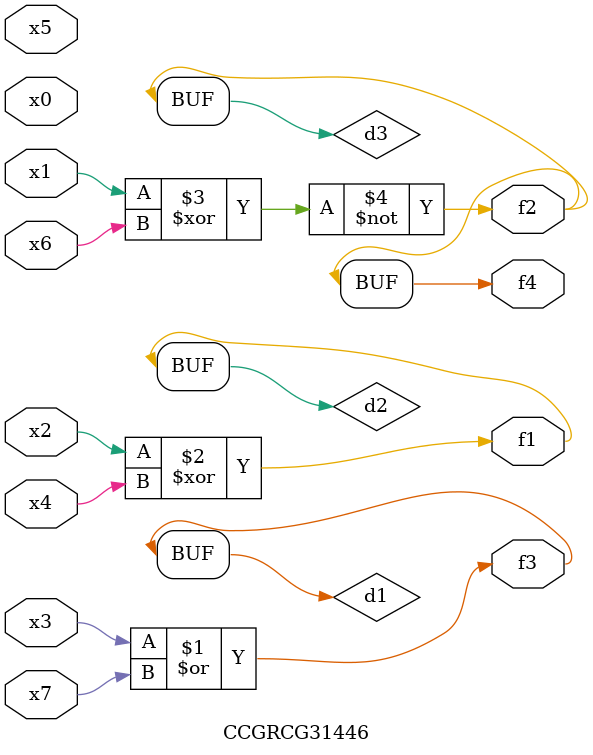
<source format=v>
module CCGRCG31446(
	input x0, x1, x2, x3, x4, x5, x6, x7,
	output f1, f2, f3, f4
);

	wire d1, d2, d3;

	or (d1, x3, x7);
	xor (d2, x2, x4);
	xnor (d3, x1, x6);
	assign f1 = d2;
	assign f2 = d3;
	assign f3 = d1;
	assign f4 = d3;
endmodule

</source>
